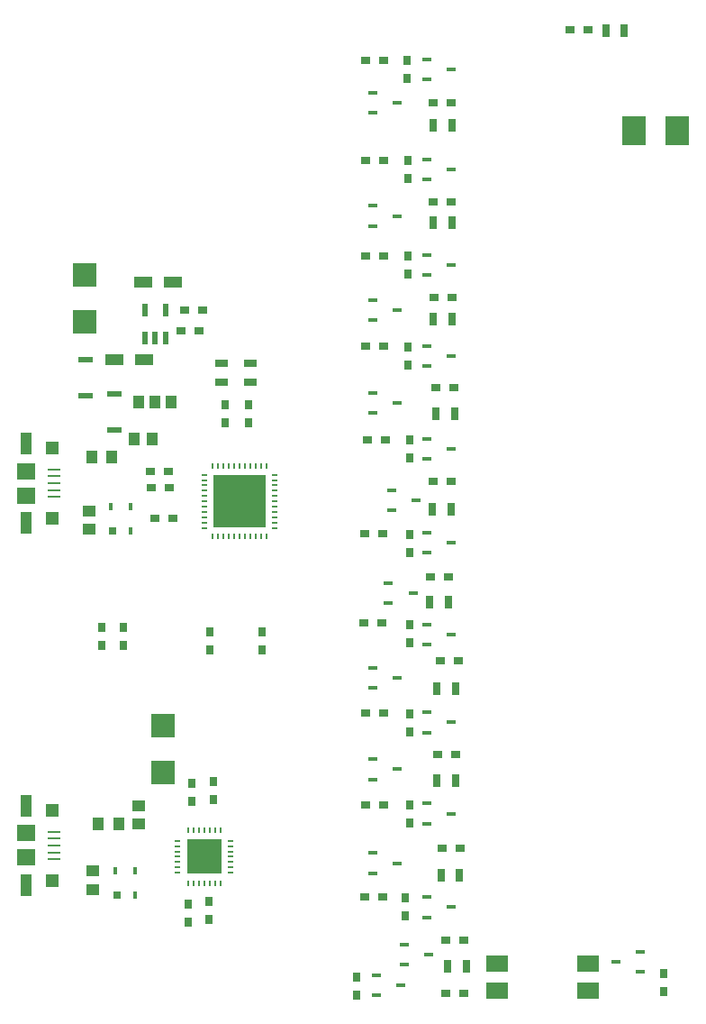
<source format=gbr>
G04 DipTrace 3.3.1.3*
G04 TopPaste.gbr*
%MOMM*%
G04 #@! TF.FileFunction,Paste,Top*
G04 #@! TF.Part,Single*
%ADD66R,2.286X2.794*%
%ADD73R,0.55X1.2*%
%ADD91R,2.0X1.5*%
%ADD93R,5.0X5.0*%
%ADD97R,3.3X3.3*%
%ADD99O,0.1X0.65*%
%ADD101O,0.65X0.1*%
%ADD105R,1.1X1.3*%
%ADD108R,1.0X1.25*%
%ADD110R,1.25X1.0*%
%ADD120R,1.7X1.6*%
%ADD122R,1.1X2.1*%
%ADD124R,1.2X1.3*%
%ADD126R,1.15X0.2*%
%ADD129R,0.65X1.2*%
%ADD131R,0.85X0.45*%
%ADD135R,1.2X0.65*%
%ADD136R,1.8X1.0*%
%ADD137R,1.4X0.6*%
%ADD139R,2.2X2.2*%
%ADD141R,0.4X0.8*%
%ADD143R,0.8X0.8*%
%ADD146R,0.9X0.8*%
%ADD147R,0.8X0.9*%
%FSLAX35Y35*%
G04*
G71*
G90*
G75*
G01*
G04 TopPaste*
%LPD*%
D136*
X2273000Y7165000D3*
X1993000D3*
X2266000Y7890000D3*
X2546000D3*
D146*
X2647877Y7628760D3*
X2817877D3*
D147*
X3380000Y4443000D3*
Y4613000D3*
X2891000Y4443000D3*
Y4613000D3*
D143*
X1976000Y5557001D3*
D141*
X2146000D3*
Y5787001D3*
X1956000D3*
D139*
X1713000Y7522000D3*
Y7962000D3*
X2452000Y3287000D3*
Y3727000D3*
D143*
X2017000Y2139001D3*
D141*
X2187000D3*
Y2369001D3*
X1997000D3*
D137*
X1988000Y6844000D3*
Y6504000D3*
X1717000Y6824000D3*
Y7164000D3*
D135*
X3267000Y6958000D3*
Y7133000D3*
X2998000Y6956000D3*
Y7131000D3*
D131*
X4419000Y9672000D3*
Y9482000D3*
X4649000Y9577000D3*
D129*
X5163000Y9369000D3*
X4988000D3*
D131*
X4419000Y8611000D3*
Y8421000D3*
X4649000Y8516000D3*
X4419000Y3414000D3*
Y3224000D3*
X4649000Y3319000D3*
D129*
X5163000Y8451000D3*
X4988000D3*
X5198000Y3211000D3*
X5023000D3*
D131*
X4419000Y4272000D3*
Y4082000D3*
X4649000Y4177000D3*
D129*
X5201000Y4074000D3*
X5026000D3*
D131*
X4717000Y1674000D3*
Y1484000D3*
X4947000Y1579000D3*
D129*
X5298000Y1471000D3*
X5123000D3*
D131*
X4419000Y2532000D3*
Y2342000D3*
X4649000Y2437000D3*
D129*
X5237000Y2323000D3*
X5062000D3*
D131*
X6939000Y1415000D3*
Y1605000D3*
X6709000Y1510000D3*
X4599000Y5942000D3*
Y5752000D3*
X4829000Y5847000D3*
D129*
X5155000Y5760000D3*
X4980000D3*
D131*
X4569000Y5066000D3*
Y4876000D3*
X4799000Y4971000D3*
X4419000Y7728000D3*
Y7538000D3*
X4649000Y7633000D3*
D129*
X5132000Y4887000D3*
X4957000D3*
X5167000Y7546000D3*
X4992000D3*
D131*
X4419000Y6854000D3*
Y6664000D3*
X4649000Y6759000D3*
D129*
X5190000Y6654000D3*
X5015000D3*
D131*
X4455000Y1387000D3*
Y1197000D3*
X4685000Y1292000D3*
D129*
X6611000Y10258000D3*
X6786000D3*
D126*
X1427000Y6135000D3*
Y6070000D3*
Y6005000D3*
Y5940000D3*
Y5875000D3*
D124*
X1404500Y6335000D3*
Y5675000D3*
D122*
X1159500Y6380000D3*
Y5630000D3*
D120*
Y6120000D3*
Y5890000D3*
D126*
X1427000Y2733000D3*
Y2668000D3*
Y2603000D3*
Y2538000D3*
Y2473000D3*
D124*
X1404500Y2933000D3*
Y2273000D3*
D122*
X1159500Y2978000D3*
Y2228000D3*
D120*
Y2718000D3*
Y2488000D3*
D110*
X1752000Y5741000D3*
Y5571000D3*
D108*
X2181000Y6422000D3*
X2351000D3*
D110*
X1792000Y2361000D3*
Y2191000D3*
X2219000Y2805000D3*
Y2975000D3*
D131*
X4932000Y9987000D3*
Y9797000D3*
X5162000Y9892000D3*
X4932000Y9049000D3*
Y8859000D3*
X5162000Y8954000D3*
X4932000Y3853000D3*
Y3663000D3*
X5162000Y3758000D3*
X4932000Y4677000D3*
Y4487000D3*
X5162000Y4582000D3*
X4932000Y2119000D3*
Y1929000D3*
X5162000Y2024000D3*
X4932000Y2996000D3*
Y2806000D3*
X5162000Y2901000D3*
X4932000Y6422000D3*
Y6232000D3*
X5162000Y6327000D3*
X4932000Y5540000D3*
Y5350000D3*
X5162000Y5445000D3*
X4932000Y8151000D3*
Y7961000D3*
X5162000Y8056000D3*
X4932000Y7296000D3*
Y7106000D3*
X5162000Y7201000D3*
D146*
X2373000Y5672000D3*
X2543000D3*
D147*
X1875000Y4478000D3*
Y4648000D3*
X2879000Y2074000D3*
Y1904000D3*
X2080000Y4650000D3*
Y4480000D3*
X2921000Y3032000D3*
Y3202000D3*
X2720000Y3018000D3*
Y3188000D3*
X2684000Y2054000D3*
Y1884000D3*
X3256000Y6570000D3*
Y6740000D3*
X3032000Y6570000D3*
Y6740000D3*
D146*
X2790877Y7439760D3*
X2620877D3*
X2337000Y5962000D3*
X2507000D3*
X2332000Y6119000D3*
X2502000D3*
X4525000Y9975000D3*
X4355000D3*
X4525000Y9034000D3*
X4355000D3*
X4525000Y3850000D3*
X4355000D3*
X4504000Y4693000D3*
X4334000D3*
X4517000Y2119000D3*
X4347000D3*
X4525000Y2983000D3*
X4355000D3*
D147*
X4747000Y9804000D3*
Y9974000D3*
X4755000Y8864000D3*
Y9034000D3*
X4769000Y3672000D3*
Y3842000D3*
Y4506000D3*
Y4676000D3*
X4724000Y1944000D3*
Y2114000D3*
X4769000Y2814000D3*
Y2984000D3*
D146*
X4986000Y9581000D3*
X5156000D3*
X4986000Y8646000D3*
X5156000D3*
X5027000Y3461000D3*
X5197000D3*
X5056000Y4334000D3*
X5226000D3*
X5110000Y1712000D3*
X5280000D3*
X5077000Y2578000D3*
X5247000D3*
X4540000Y6410000D3*
X4370000D3*
X4518000Y5531000D3*
X4348000D3*
X4525000Y8141000D3*
X4355000D3*
X4525000Y7293000D3*
X4355000D3*
D147*
X4770000Y6243000D3*
Y6413000D3*
Y5357000D3*
Y5527000D3*
X4755000Y7972000D3*
Y8142000D3*
X4748000Y7113000D3*
Y7283000D3*
X7156000Y1403000D3*
Y1233000D3*
D146*
X4988000Y6027000D3*
X5158000D3*
X4966000Y5129000D3*
X5136000D3*
X4997000Y7753000D3*
X5167000D3*
X5011000Y6900000D3*
X5181000D3*
D147*
X4268000Y1200000D3*
Y1370000D3*
D146*
X5276000Y1210000D3*
X5106000D3*
X6275000Y10261000D3*
X6445000D3*
D105*
X1779000Y6255000D3*
X1969000D3*
X2030000Y2804000D3*
X1840000D3*
D66*
X6874000Y9314000D3*
X7283200D3*
D105*
X2371000Y6766000D3*
X2529227D3*
X2219253D3*
D101*
X2588000Y2647000D3*
Y2597000D3*
Y2547000D3*
Y2497000D3*
Y2447000D3*
Y2397000D3*
Y2347000D3*
D99*
X2688000Y2247000D3*
X2738000D3*
X2788000D3*
X2838000D3*
X2888000D3*
X2938000D3*
X2988000D3*
D101*
X3088000Y2347000D3*
Y2397000D3*
Y2447000D3*
Y2497000D3*
Y2547000D3*
Y2597000D3*
Y2647000D3*
D99*
X2988000Y2747000D3*
X2938000D3*
X2888000D3*
X2838000D3*
X2788000D3*
X2738000D3*
X2688000D3*
D97*
X2838000Y2497000D3*
D73*
X2281000Y7369000D3*
X2376000D3*
X2471000D3*
Y7629020D3*
X2281000D3*
D101*
X2840000Y6085000D3*
Y6035000D3*
Y5985000D3*
Y5935000D3*
Y5885000D3*
Y5835000D3*
Y5785000D3*
Y5735000D3*
Y5685000D3*
Y5635000D3*
Y5585000D3*
D99*
X2918500Y5506500D3*
X2968500D3*
X3018500D3*
X3068500D3*
X3118500D3*
X3168500D3*
X3218500D3*
X3268500D3*
X3318500D3*
X3368500D3*
X3418500D3*
D101*
X3497000Y5585000D3*
Y5635000D3*
Y5685000D3*
Y5735000D3*
Y5785000D3*
Y5835000D3*
Y5885000D3*
Y5935000D3*
Y5985000D3*
Y6035000D3*
Y6085000D3*
D99*
X3418500Y6163500D3*
X3368500D3*
X3318500D3*
X3268500D3*
X3218500D3*
X3168500D3*
X3118500D3*
X3068500D3*
X3018500D3*
X2968500D3*
X2918500D3*
D93*
X3168500Y5835000D3*
D91*
X6442000Y1238000D3*
Y1492000D3*
X5592000D3*
Y1238000D3*
M02*

</source>
